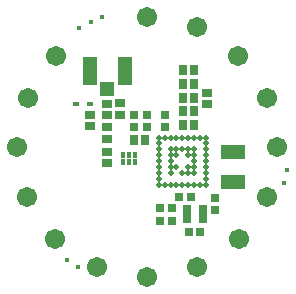
<source format=gbs>
G04*
G04 #@! TF.GenerationSoftware,Altium Limited,Altium Designer,19.1.5 (86)*
G04*
G04 Layer_Color=16711935*
%FSAX25Y25*%
%MOIN*%
G70*
G01*
G75*
%ADD17C,0.01784*%
%ADD18C,0.06706*%
%ADD40R,0.02217X0.01784*%
%ADD41R,0.03320X0.03162*%
%ADD42R,0.03162X0.03320*%
%ADD43R,0.04737X0.04737*%
%ADD44R,0.04934X0.09461*%
%ADD45R,0.03241X0.03044*%
%ADD46R,0.01587X0.01981*%
%ADD47R,0.03162X0.02769*%
%ADD48R,0.02572X0.01981*%
%ADD49R,0.02769X0.03162*%
%ADD50C,0.01863*%
%ADD51R,0.08280X0.05131*%
D17*
X0199102Y0152284D02*
D03*
X0198039Y0147913D02*
D03*
X0137516Y0203177D02*
D03*
X0133689Y0201524D02*
D03*
X0129839Y0199516D02*
D03*
X0129523Y0120000D02*
D03*
X0125874Y0122362D02*
D03*
D18*
X0112685Y0176440D02*
D03*
X0112554Y0143386D02*
D03*
X0121780Y0129291D02*
D03*
X0182803Y0190315D02*
D03*
X0192328Y0176351D02*
D03*
X0122173Y0190315D02*
D03*
X0109181Y0159933D02*
D03*
X0135867Y0119854D02*
D03*
X0152488Y0116693D02*
D03*
X0192340Y0143416D02*
D03*
X0195768Y0159933D02*
D03*
X0169067Y0119872D02*
D03*
X0183197Y0129291D02*
D03*
X0169021Y0199928D02*
D03*
X0152488Y0203307D02*
D03*
D40*
X0128905Y0174449D02*
D03*
X0133630D02*
D03*
D41*
X0172606Y0174291D02*
D03*
Y0178071D02*
D03*
X0139181Y0166559D02*
D03*
Y0162779D02*
D03*
X0143630Y0170787D02*
D03*
Y0174567D02*
D03*
X0133634Y0170642D02*
D03*
Y0166862D02*
D03*
D42*
X0168157Y0185551D02*
D03*
X0164378D02*
D03*
X0168195Y0167323D02*
D03*
X0164415D02*
D03*
X0168195Y0176457D02*
D03*
X0164415D02*
D03*
X0168195Y0171890D02*
D03*
X0164415D02*
D03*
X0168195Y0180984D02*
D03*
X0164415D02*
D03*
X0148039Y0162362D02*
D03*
X0151819D02*
D03*
D43*
X0139181Y0179457D02*
D03*
D44*
X0133374Y0185362D02*
D03*
X0144988D02*
D03*
D45*
X0139181Y0170787D02*
D03*
Y0174488D02*
D03*
Y0154754D02*
D03*
Y0158455D02*
D03*
D46*
X0148354Y0157244D02*
D03*
X0146386D02*
D03*
X0144417D02*
D03*
Y0154882D02*
D03*
X0146386D02*
D03*
X0148354D02*
D03*
D47*
X0152409Y0166654D02*
D03*
Y0170591D02*
D03*
X0148039Y0166654D02*
D03*
Y0170591D02*
D03*
X0158472Y0166732D02*
D03*
Y0170669D02*
D03*
X0175205Y0139134D02*
D03*
Y0143071D02*
D03*
D48*
X0171051Y0135669D02*
D03*
Y0137638D02*
D03*
Y0139606D02*
D03*
X0165736Y0135669D02*
D03*
Y0137638D02*
D03*
Y0139606D02*
D03*
D49*
X0160835Y0139567D02*
D03*
X0156898D02*
D03*
X0160795Y0135236D02*
D03*
X0156858D02*
D03*
X0170283Y0131575D02*
D03*
X0166347D02*
D03*
X0163236Y0143425D02*
D03*
X0167173D02*
D03*
D50*
X0172134Y0163150D02*
D03*
X0170165D02*
D03*
X0168197D02*
D03*
X0166228D02*
D03*
X0164260D02*
D03*
X0162291D02*
D03*
X0160323D02*
D03*
X0158354D02*
D03*
X0156386D02*
D03*
X0172134Y0147402D02*
D03*
Y0149370D02*
D03*
Y0151339D02*
D03*
Y0153307D02*
D03*
Y0155276D02*
D03*
Y0157244D02*
D03*
Y0159213D02*
D03*
Y0161181D02*
D03*
X0170165Y0147402D02*
D03*
X0168197D02*
D03*
Y0151339D02*
D03*
Y0153307D02*
D03*
Y0155276D02*
D03*
Y0157244D02*
D03*
Y0159213D02*
D03*
X0166228Y0147402D02*
D03*
Y0151339D02*
D03*
Y0153307D02*
D03*
Y0157244D02*
D03*
Y0159213D02*
D03*
X0164260Y0147402D02*
D03*
Y0151339D02*
D03*
Y0159213D02*
D03*
X0162291Y0147402D02*
D03*
Y0153307D02*
D03*
Y0157244D02*
D03*
Y0159213D02*
D03*
X0160323Y0147402D02*
D03*
Y0151339D02*
D03*
Y0153307D02*
D03*
Y0155276D02*
D03*
Y0157244D02*
D03*
Y0159213D02*
D03*
X0158354Y0147402D02*
D03*
X0156386D02*
D03*
Y0149370D02*
D03*
Y0151339D02*
D03*
Y0153307D02*
D03*
Y0155276D02*
D03*
Y0157244D02*
D03*
Y0159213D02*
D03*
Y0161181D02*
D03*
D51*
X0181150Y0148425D02*
D03*
Y0158268D02*
D03*
M02*

</source>
